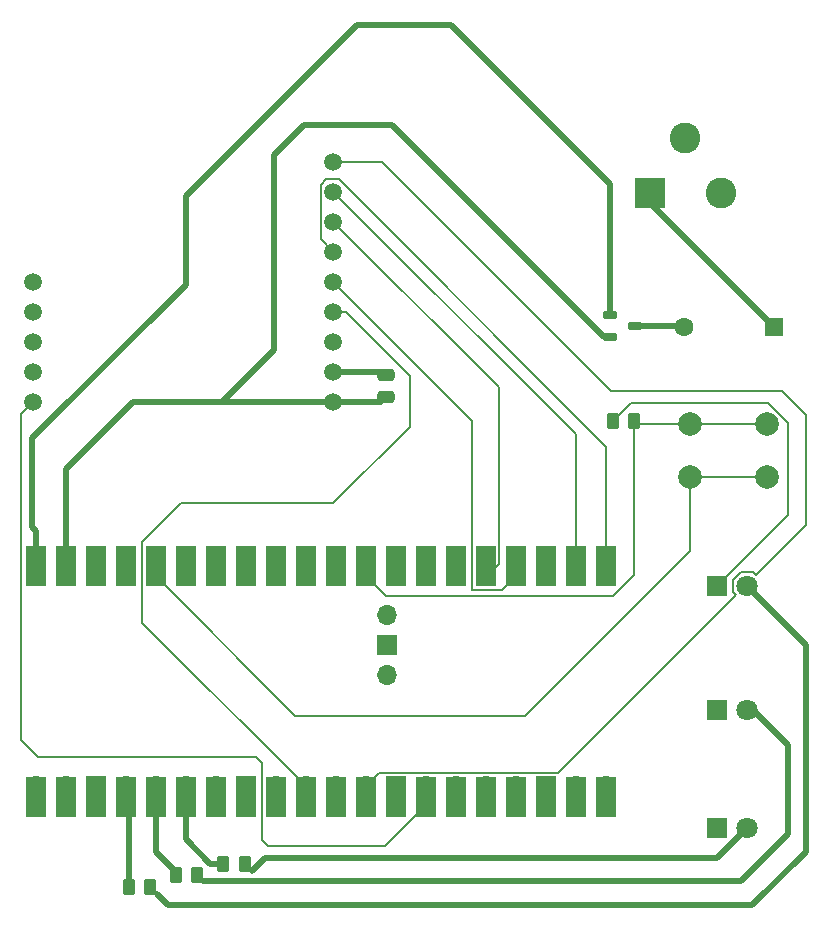
<source format=gtl>
G04 #@! TF.GenerationSoftware,KiCad,Pcbnew,9.0.0*
G04 #@! TF.CreationDate,2025-05-15T15:17:57-04:00*
G04 #@! TF.ProjectId,blood_pressure,626c6f6f-645f-4707-9265-73737572652e,rev?*
G04 #@! TF.SameCoordinates,Original*
G04 #@! TF.FileFunction,Copper,L1,Top*
G04 #@! TF.FilePolarity,Positive*
%FSLAX46Y46*%
G04 Gerber Fmt 4.6, Leading zero omitted, Abs format (unit mm)*
G04 Created by KiCad (PCBNEW 9.0.0) date 2025-05-15 15:17:57*
%MOMM*%
%LPD*%
G01*
G04 APERTURE LIST*
G04 Aperture macros list*
%AMRoundRect*
0 Rectangle with rounded corners*
0 $1 Rounding radius*
0 $2 $3 $4 $5 $6 $7 $8 $9 X,Y pos of 4 corners*
0 Add a 4 corners polygon primitive as box body*
4,1,4,$2,$3,$4,$5,$6,$7,$8,$9,$2,$3,0*
0 Add four circle primitives for the rounded corners*
1,1,$1+$1,$2,$3*
1,1,$1+$1,$4,$5*
1,1,$1+$1,$6,$7*
1,1,$1+$1,$8,$9*
0 Add four rect primitives between the rounded corners*
20,1,$1+$1,$2,$3,$4,$5,0*
20,1,$1+$1,$4,$5,$6,$7,0*
20,1,$1+$1,$6,$7,$8,$9,0*
20,1,$1+$1,$8,$9,$2,$3,0*%
G04 Aperture macros list end*
G04 #@! TA.AperFunction,SMDPad,CuDef*
%ADD10RoundRect,0.250000X-0.262500X-0.450000X0.262500X-0.450000X0.262500X0.450000X-0.262500X0.450000X0*%
G04 #@! TD*
G04 #@! TA.AperFunction,SMDPad,CuDef*
%ADD11RoundRect,0.250000X0.475000X-0.250000X0.475000X0.250000X-0.475000X0.250000X-0.475000X-0.250000X0*%
G04 #@! TD*
G04 #@! TA.AperFunction,ComponentPad*
%ADD12C,1.508000*%
G04 #@! TD*
G04 #@! TA.AperFunction,ComponentPad*
%ADD13R,2.600000X2.600000*%
G04 #@! TD*
G04 #@! TA.AperFunction,ComponentPad*
%ADD14C,2.600000*%
G04 #@! TD*
G04 #@! TA.AperFunction,SMDPad,CuDef*
%ADD15RoundRect,0.076250X-0.513750X-0.228750X0.513750X-0.228750X0.513750X0.228750X-0.513750X0.228750X0*%
G04 #@! TD*
G04 #@! TA.AperFunction,ComponentPad*
%ADD16O,1.700000X1.700000*%
G04 #@! TD*
G04 #@! TA.AperFunction,SMDPad,CuDef*
%ADD17R,1.700000X3.500000*%
G04 #@! TD*
G04 #@! TA.AperFunction,ComponentPad*
%ADD18R,1.700000X1.700000*%
G04 #@! TD*
G04 #@! TA.AperFunction,ComponentPad*
%ADD19R,1.800000X1.800000*%
G04 #@! TD*
G04 #@! TA.AperFunction,ComponentPad*
%ADD20C,1.800000*%
G04 #@! TD*
G04 #@! TA.AperFunction,ComponentPad*
%ADD21C,2.000000*%
G04 #@! TD*
G04 #@! TA.AperFunction,ComponentPad*
%ADD22RoundRect,0.250000X0.550000X0.550000X-0.550000X0.550000X-0.550000X-0.550000X0.550000X-0.550000X0*%
G04 #@! TD*
G04 #@! TA.AperFunction,ComponentPad*
%ADD23C,1.600000*%
G04 #@! TD*
G04 #@! TA.AperFunction,Conductor*
%ADD24C,0.500000*%
G04 #@! TD*
G04 #@! TA.AperFunction,Conductor*
%ADD25C,0.200000*%
G04 #@! TD*
G04 #@! TA.AperFunction,Conductor*
%ADD26C,0.250000*%
G04 #@! TD*
G04 APERTURE END LIST*
D10*
X119675000Y-96500000D03*
X121500000Y-96500000D03*
X123675000Y-95500000D03*
X125500000Y-95500000D03*
D11*
X137500000Y-56000000D03*
X137500000Y-54100000D03*
D12*
X107625000Y-56414000D03*
X107625000Y-53874000D03*
X107625000Y-51334000D03*
X107625000Y-48794000D03*
X107625000Y-46254000D03*
X133025000Y-56414000D03*
X133025000Y-53874000D03*
X133025000Y-51334000D03*
X133025000Y-48794000D03*
X133025000Y-46254000D03*
X133025000Y-43714000D03*
X133025000Y-41174000D03*
X133025000Y-38634000D03*
X133025000Y-36094000D03*
D10*
X115675000Y-97500000D03*
X117500000Y-97500000D03*
X156675000Y-58000000D03*
X158500000Y-58000000D03*
D13*
X159800000Y-38750000D03*
D14*
X165800000Y-38750000D03*
X162800000Y-34050000D03*
D15*
X156475000Y-49085000D03*
X156475000Y-50915000D03*
X158525000Y-50000000D03*
D16*
X107830000Y-88974100D03*
D17*
X107830000Y-89874100D03*
D16*
X110370000Y-88974100D03*
D17*
X110370000Y-89874100D03*
D18*
X112910000Y-88974100D03*
D17*
X112910000Y-89874100D03*
D16*
X115450000Y-88974100D03*
D17*
X115450000Y-89874100D03*
D16*
X117990000Y-88974100D03*
D17*
X117990000Y-89874100D03*
D16*
X120530000Y-88974100D03*
D17*
X120530000Y-89874100D03*
D16*
X123070000Y-88974100D03*
D17*
X123070000Y-89874100D03*
D18*
X125610000Y-88974100D03*
D17*
X125610000Y-89874100D03*
D16*
X128150000Y-88974100D03*
D17*
X128150000Y-89874100D03*
D16*
X130690000Y-88974100D03*
D17*
X130690000Y-89874100D03*
D16*
X133230000Y-88974100D03*
D17*
X133230000Y-89874100D03*
D16*
X135770000Y-88974100D03*
D17*
X135770000Y-89874100D03*
D18*
X138310000Y-88974100D03*
D17*
X138310000Y-89874100D03*
D16*
X140850000Y-88974100D03*
D17*
X140850000Y-89874100D03*
D16*
X143390000Y-88974100D03*
D17*
X143390000Y-89874100D03*
D16*
X145930000Y-88974100D03*
D17*
X145930000Y-89874100D03*
D16*
X148470000Y-88974100D03*
D17*
X148470000Y-89874100D03*
D18*
X151010000Y-88974100D03*
D17*
X151010000Y-89874100D03*
D16*
X153550000Y-88974100D03*
D17*
X153550000Y-89874100D03*
D16*
X156090000Y-88974100D03*
D17*
X156090000Y-89874100D03*
D16*
X156090000Y-71194100D03*
D17*
X156090000Y-70294100D03*
D16*
X153550000Y-71194100D03*
D17*
X153550000Y-70294100D03*
D18*
X151010000Y-71194100D03*
D17*
X151010000Y-70294100D03*
D16*
X148470000Y-71194100D03*
D17*
X148470000Y-70294100D03*
D16*
X145930000Y-71194100D03*
D17*
X145930000Y-70294100D03*
D16*
X143390000Y-71194100D03*
D17*
X143390000Y-70294100D03*
D16*
X140850000Y-71194100D03*
D17*
X140850000Y-70294100D03*
D18*
X138310000Y-71194100D03*
D17*
X138310000Y-70294100D03*
D16*
X135770000Y-71194100D03*
D17*
X135770000Y-70294100D03*
D16*
X133230000Y-71194100D03*
D17*
X133230000Y-70294100D03*
D16*
X130690000Y-71194100D03*
D17*
X130690000Y-70294100D03*
D16*
X128150000Y-71194100D03*
D17*
X128150000Y-70294100D03*
D18*
X125610000Y-71194100D03*
D17*
X125610000Y-70294100D03*
D16*
X123070000Y-71194100D03*
D17*
X123070000Y-70294100D03*
D16*
X120530000Y-71194100D03*
D17*
X120530000Y-70294100D03*
D16*
X117990000Y-71194100D03*
D17*
X117990000Y-70294100D03*
D16*
X115450000Y-71194100D03*
D17*
X115450000Y-70294100D03*
D18*
X112910000Y-71194100D03*
D17*
X112910000Y-70294100D03*
D16*
X110370000Y-71194100D03*
D17*
X110370000Y-70294100D03*
D16*
X107830000Y-71194100D03*
D17*
X107830000Y-70294100D03*
D16*
X137560000Y-79500000D03*
D18*
X137560000Y-76960000D03*
D16*
X137560000Y-74420000D03*
D19*
X165475000Y-72000000D03*
D20*
X168015000Y-72000000D03*
D19*
X165460000Y-82500000D03*
D20*
X168000000Y-82500000D03*
D19*
X165460000Y-92500000D03*
D20*
X168000000Y-92500000D03*
D21*
X163250000Y-62750000D03*
X169750000Y-62750000D03*
X163250000Y-58250000D03*
X169750000Y-58250000D03*
D22*
X170305000Y-50052500D03*
D23*
X162685000Y-50052500D03*
D24*
X110370000Y-62130000D02*
X110370000Y-71194100D01*
X137983400Y-33000000D02*
X155898400Y-50915000D01*
X116086000Y-56414000D02*
X110370000Y-62130000D01*
X133025000Y-56414000D02*
X137086000Y-56414000D01*
X155898400Y-50915000D02*
X156475000Y-50915000D01*
X130500000Y-33000000D02*
X137983400Y-33000000D01*
X128000000Y-35500000D02*
X130500000Y-33000000D01*
X123588100Y-56414000D02*
X128000000Y-52002100D01*
D25*
X110370000Y-69632100D02*
X110370000Y-71194100D01*
D24*
X133025000Y-56414000D02*
X123588100Y-56414000D01*
D25*
X137086000Y-56414000D02*
X137500000Y-56000000D01*
D24*
X128000000Y-52002100D02*
X128000000Y-35500000D01*
X123588100Y-56414000D02*
X116086000Y-56414000D01*
D25*
X171500000Y-65975000D02*
X165475000Y-72000000D01*
X158175000Y-56500000D02*
X169839892Y-56500000D01*
X165475000Y-81985000D02*
X165460000Y-82000000D01*
X137274000Y-53874000D02*
X137500000Y-54100000D01*
D24*
X133025000Y-53874000D02*
X137274000Y-53874000D01*
D25*
X156675000Y-58000000D02*
X158175000Y-56500000D01*
X171500000Y-58160108D02*
X171500000Y-65975000D01*
X169839892Y-56500000D02*
X171500000Y-58160108D01*
D24*
X168500000Y-99000000D02*
X173000000Y-94500000D01*
X173000000Y-76985000D02*
X168015000Y-72000000D01*
X118046560Y-98046560D02*
X119000000Y-99000000D01*
D25*
X117500000Y-97500000D02*
X118046560Y-98046560D01*
D24*
X119000000Y-99000000D02*
X168500000Y-99000000D01*
X173000000Y-94500000D02*
X173000000Y-76985000D01*
X171500000Y-93000000D02*
X171500000Y-85500000D01*
X167500000Y-97000000D02*
X171500000Y-93000000D01*
X122000000Y-97000000D02*
X167500000Y-97000000D01*
D25*
X121500000Y-96500000D02*
X122000000Y-97000000D01*
D24*
X171500000Y-85500000D02*
X168000000Y-82000000D01*
D25*
X125500000Y-95500000D02*
X126113359Y-96113359D01*
D24*
X127226718Y-95000000D02*
X165500000Y-95000000D01*
X165500000Y-95000000D02*
X168000000Y-92500000D01*
X126113359Y-96113359D02*
X127226718Y-95000000D01*
X120500000Y-46500000D02*
X120500000Y-39000000D01*
X120500000Y-39000000D02*
X135000000Y-24500000D01*
X143000000Y-24500000D02*
X156475000Y-37975000D01*
X107830000Y-67330000D02*
X107500000Y-67000000D01*
X107830000Y-71194100D02*
X107830000Y-67330000D01*
X107500000Y-67000000D02*
X107500000Y-59500000D01*
X107500000Y-59500000D02*
X120500000Y-46500000D01*
X135000000Y-24500000D02*
X143000000Y-24500000D01*
X156475000Y-37975000D02*
X156475000Y-49085000D01*
X159800000Y-39547500D02*
X170305000Y-50052500D01*
D25*
X159800000Y-38750000D02*
X159800000Y-39547500D01*
X158500000Y-71086100D02*
X158500000Y-58000000D01*
X137443900Y-72868000D02*
X156718100Y-72868000D01*
X163250000Y-58250000D02*
X158750000Y-58250000D01*
X158750000Y-58250000D02*
X158500000Y-58000000D01*
X163250000Y-58250000D02*
X169750000Y-58250000D01*
X135770000Y-71194100D02*
X137443900Y-72868000D01*
X156718100Y-72868000D02*
X158500000Y-71086100D01*
D24*
X115675000Y-89199100D02*
X115675000Y-97500000D01*
D25*
X115450000Y-88974100D02*
X115675000Y-89199100D01*
X119675000Y-96175000D02*
X119675000Y-96500000D01*
D24*
X117990000Y-88974100D02*
X117990000Y-94490000D01*
X117990000Y-94490000D02*
X119675000Y-96175000D01*
D25*
X117990000Y-88974100D02*
X117547500Y-89416600D01*
D24*
X120530000Y-93442500D02*
X122587500Y-95500000D01*
X120530000Y-88974100D02*
X120530000Y-93442500D01*
X122587500Y-95500000D02*
X123675000Y-95500000D01*
D25*
X163250000Y-62750000D02*
X169750000Y-62750000D01*
X163250000Y-69000000D02*
X163250000Y-62750000D01*
X117990000Y-71194100D02*
X129795900Y-83000000D01*
X129795900Y-83000000D02*
X149250000Y-83000000D01*
X149250000Y-83000000D02*
X163250000Y-69000000D01*
X163500000Y-63000000D02*
X163250000Y-62750000D01*
X133025000Y-41174000D02*
X147000000Y-55149000D01*
X147000000Y-70124100D02*
X145930000Y-71194100D01*
X147000000Y-55149000D02*
X147000000Y-70124100D01*
X153550000Y-59159000D02*
X153550000Y-71194100D01*
X133025000Y-38634000D02*
X153550000Y-59159000D01*
X152053900Y-87823100D02*
X136921000Y-87823100D01*
X173000000Y-66877000D02*
X168795235Y-71081765D01*
X167517529Y-70799000D02*
X166814000Y-71502529D01*
X133025000Y-36094000D02*
X137094000Y-36094000D01*
X171000000Y-55500000D02*
X173000000Y-57500000D01*
X166814000Y-72497471D02*
X167096764Y-72780236D01*
X136921000Y-87823100D02*
X135770000Y-88974100D01*
X168795235Y-71081765D02*
X168512471Y-70799000D01*
X137094000Y-36094000D02*
X156500000Y-55500000D01*
X173000000Y-57500000D02*
X173000000Y-66877000D01*
X166814000Y-71502529D02*
X166814000Y-72497471D01*
X156500000Y-55500000D02*
X171000000Y-55500000D01*
X168512471Y-70799000D02*
X167517529Y-70799000D01*
X167096764Y-72780236D02*
X152053900Y-87823100D01*
X144779000Y-72345100D02*
X147319000Y-72345100D01*
X133025000Y-46254000D02*
X144779000Y-58008000D01*
X147319000Y-72345100D02*
X148470000Y-71194100D01*
X144779000Y-58008000D02*
X144779000Y-72345100D01*
X156090000Y-60207004D02*
X156090000Y-71194100D01*
X132421000Y-37579000D02*
X133461996Y-37579000D01*
X131970000Y-38030000D02*
X132421000Y-37579000D01*
X131970000Y-42659000D02*
X131970000Y-38030000D01*
X133461996Y-37579000D02*
X156090000Y-60207004D01*
X133025000Y-43714000D02*
X131970000Y-42659000D01*
X106561000Y-84061000D02*
X106561000Y-85061000D01*
X106561000Y-57478000D02*
X106561000Y-84061000D01*
X126999000Y-86999000D02*
X126999000Y-93499000D01*
X126999000Y-93499000D02*
X127500000Y-94000000D01*
X107625000Y-56414000D02*
X106561000Y-57478000D01*
X126500000Y-86500000D02*
X126999000Y-86999000D01*
X127500000Y-94000000D02*
X137386100Y-94000000D01*
X140850000Y-90536100D02*
X140850000Y-88974100D01*
X137386100Y-94000000D02*
X140850000Y-90536100D01*
X108000000Y-86500000D02*
X126500000Y-86500000D01*
X106561000Y-85061000D02*
X108000000Y-86500000D01*
X116839000Y-75123100D02*
X130690000Y-88974100D01*
X139500000Y-58500000D02*
X133000000Y-65000000D01*
X133000000Y-65000000D02*
X120082100Y-65000000D01*
X134091317Y-48794000D02*
X139500000Y-54202683D01*
X133025000Y-48794000D02*
X134091317Y-48794000D01*
X116839000Y-68243100D02*
X116839000Y-75123100D01*
X139500000Y-54202683D02*
X139500000Y-58500000D01*
X120082100Y-65000000D02*
X116839000Y-68243100D01*
D26*
X162632500Y-50000000D02*
X162685000Y-50052500D01*
D24*
X158525000Y-50000000D02*
X162632500Y-50000000D01*
D25*
X162685000Y-50052500D02*
X162182500Y-49550000D01*
M02*

</source>
